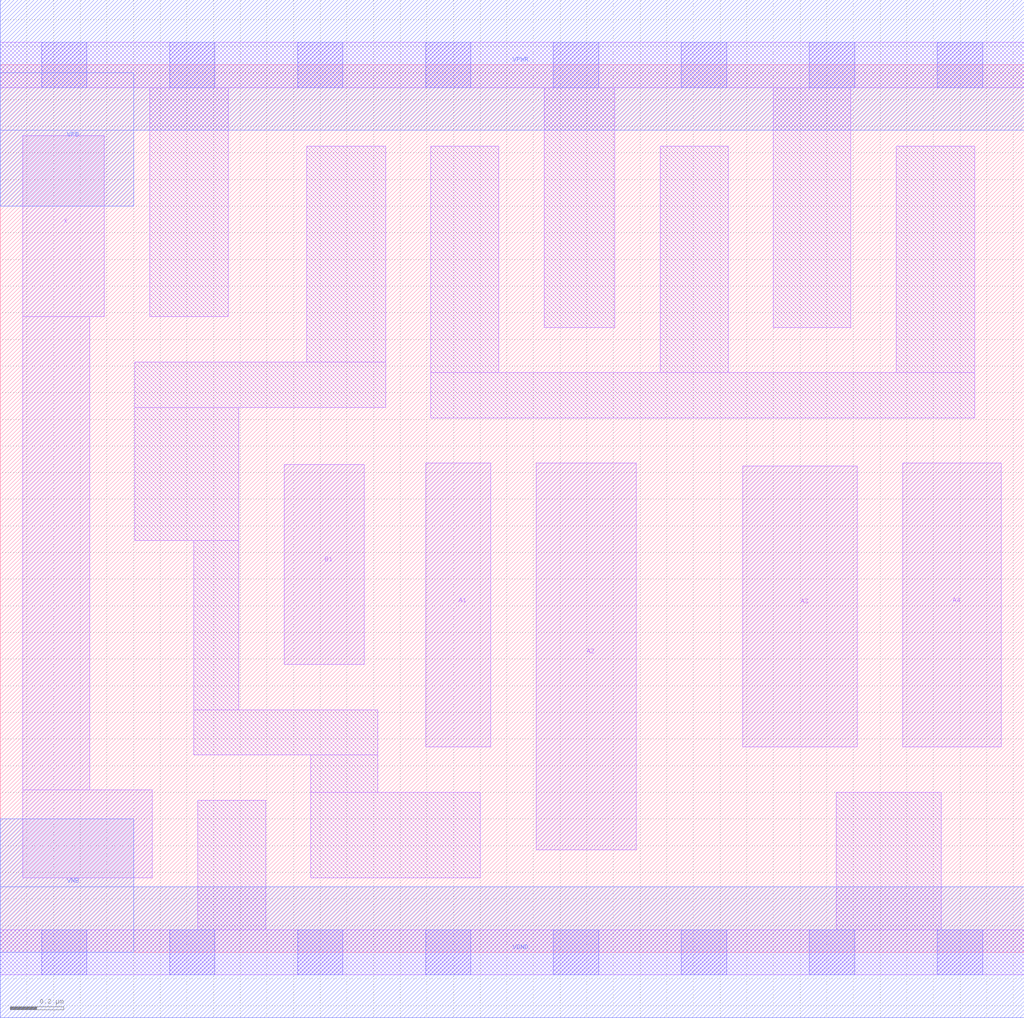
<source format=lef>
# Copyright 2020 The SkyWater PDK Authors
#
# Licensed under the Apache License, Version 2.0 (the "License");
# you may not use this file except in compliance with the License.
# You may obtain a copy of the License at
#
#     https://www.apache.org/licenses/LICENSE-2.0
#
# Unless required by applicable law or agreed to in writing, software
# distributed under the License is distributed on an "AS IS" BASIS,
# WITHOUT WARRANTIES OR CONDITIONS OF ANY KIND, either express or implied.
# See the License for the specific language governing permissions and
# limitations under the License.
#
# SPDX-License-Identifier: Apache-2.0

VERSION 5.5 ;
NAMESCASESENSITIVE ON ;
BUSBITCHARS "[]" ;
DIVIDERCHAR "/" ;
MACRO sky130_fd_sc_lp__a41o_0
  CLASS CORE ;
  SOURCE USER ;
  ORIGIN  0.000000  0.000000 ;
  SIZE  3.840000 BY  3.330000 ;
  SYMMETRY X Y R90 ;
  SITE unit ;
  PIN A1
    ANTENNAGATEAREA  0.159000 ;
    DIRECTION INPUT ;
    USE SIGNAL ;
    PORT
      LAYER li1 ;
        RECT 1.595000 0.770000 1.840000 1.835000 ;
    END
  END A1
  PIN A2
    ANTENNAGATEAREA  0.159000 ;
    DIRECTION INPUT ;
    USE SIGNAL ;
    PORT
      LAYER li1 ;
        RECT 2.010000 0.385000 2.385000 1.835000 ;
    END
  END A2
  PIN A3
    ANTENNAGATEAREA  0.159000 ;
    DIRECTION INPUT ;
    USE SIGNAL ;
    PORT
      LAYER li1 ;
        RECT 2.785000 0.770000 3.215000 1.825000 ;
    END
  END A3
  PIN A4
    ANTENNAGATEAREA  0.159000 ;
    DIRECTION INPUT ;
    USE SIGNAL ;
    PORT
      LAYER li1 ;
        RECT 3.385000 0.770000 3.755000 1.835000 ;
    END
  END A4
  PIN B1
    ANTENNAGATEAREA  0.159000 ;
    DIRECTION INPUT ;
    USE SIGNAL ;
    PORT
      LAYER li1 ;
        RECT 1.065000 1.080000 1.365000 1.830000 ;
    END
  END B1
  PIN X
    ANTENNADIFFAREA  0.280900 ;
    DIRECTION OUTPUT ;
    USE SIGNAL ;
    PORT
      LAYER li1 ;
        RECT 0.085000 0.280000 0.570000 0.610000 ;
        RECT 0.085000 0.610000 0.335000 2.385000 ;
        RECT 0.085000 2.385000 0.390000 3.065000 ;
    END
  END X
  PIN VGND
    DIRECTION INOUT ;
    USE GROUND ;
    PORT
      LAYER met1 ;
        RECT 0.000000 -0.245000 3.840000 0.245000 ;
    END
  END VGND
  PIN VNB
    DIRECTION INOUT ;
    USE GROUND ;
    PORT
      LAYER met1 ;
        RECT 0.000000 0.000000 0.500000 0.500000 ;
    END
  END VNB
  PIN VPB
    DIRECTION INOUT ;
    USE POWER ;
    PORT
      LAYER met1 ;
        RECT 0.000000 2.800000 0.500000 3.300000 ;
    END
  END VPB
  PIN VPWR
    DIRECTION INOUT ;
    USE POWER ;
    PORT
      LAYER met1 ;
        RECT 0.000000 3.085000 3.840000 3.575000 ;
    END
  END VPWR
  OBS
    LAYER li1 ;
      RECT 0.000000 -0.085000 3.840000 0.085000 ;
      RECT 0.000000  3.245000 3.840000 3.415000 ;
      RECT 0.505000  1.545000 0.895000 2.045000 ;
      RECT 0.505000  2.045000 1.445000 2.215000 ;
      RECT 0.560000  2.385000 0.855000 3.245000 ;
      RECT 0.725000  0.740000 1.415000 0.910000 ;
      RECT 0.725000  0.910000 0.895000 1.545000 ;
      RECT 0.740000  0.085000 0.995000 0.570000 ;
      RECT 1.150000  2.215000 1.445000 3.025000 ;
      RECT 1.165000  0.280000 1.800000 0.600000 ;
      RECT 1.165000  0.600000 1.415000 0.740000 ;
      RECT 1.615000  2.005000 3.655000 2.175000 ;
      RECT 1.615000  2.175000 1.870000 3.025000 ;
      RECT 2.040000  2.345000 2.305000 3.245000 ;
      RECT 2.475000  2.175000 2.730000 3.025000 ;
      RECT 2.900000  2.345000 3.190000 3.245000 ;
      RECT 3.135000  0.085000 3.530000 0.600000 ;
      RECT 3.360000  2.175000 3.655000 3.025000 ;
    LAYER mcon ;
      RECT 0.155000 -0.085000 0.325000 0.085000 ;
      RECT 0.155000  3.245000 0.325000 3.415000 ;
      RECT 0.635000 -0.085000 0.805000 0.085000 ;
      RECT 0.635000  3.245000 0.805000 3.415000 ;
      RECT 1.115000 -0.085000 1.285000 0.085000 ;
      RECT 1.115000  3.245000 1.285000 3.415000 ;
      RECT 1.595000 -0.085000 1.765000 0.085000 ;
      RECT 1.595000  3.245000 1.765000 3.415000 ;
      RECT 2.075000 -0.085000 2.245000 0.085000 ;
      RECT 2.075000  3.245000 2.245000 3.415000 ;
      RECT 2.555000 -0.085000 2.725000 0.085000 ;
      RECT 2.555000  3.245000 2.725000 3.415000 ;
      RECT 3.035000 -0.085000 3.205000 0.085000 ;
      RECT 3.035000  3.245000 3.205000 3.415000 ;
      RECT 3.515000 -0.085000 3.685000 0.085000 ;
      RECT 3.515000  3.245000 3.685000 3.415000 ;
  END
END sky130_fd_sc_lp__a41o_0

</source>
